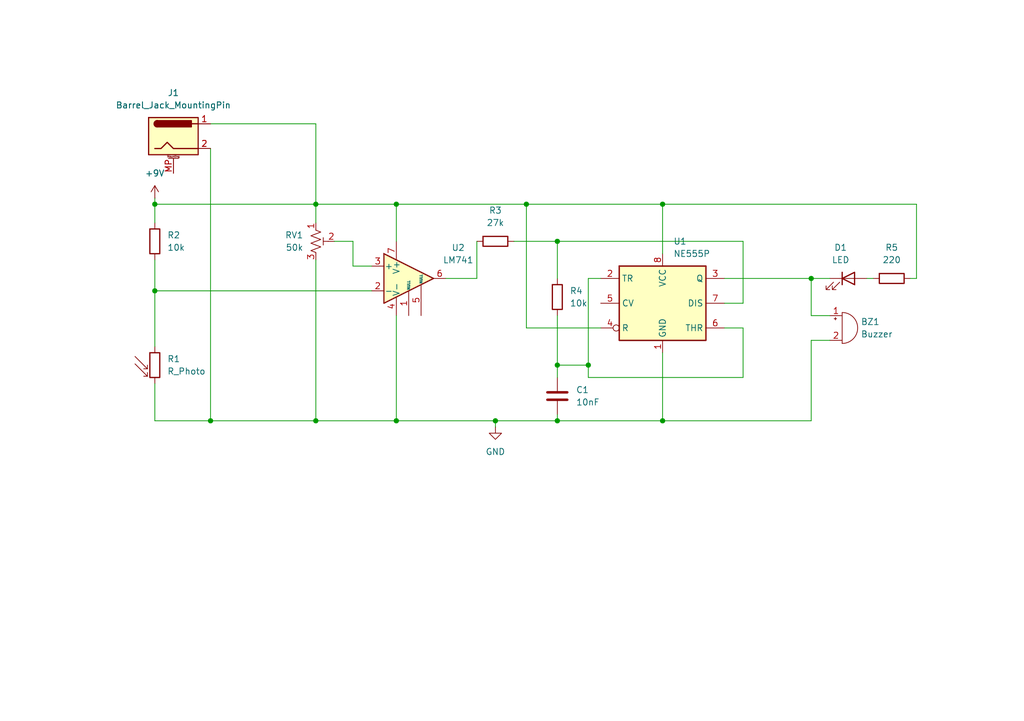
<source format=kicad_sch>
(kicad_sch
	(version 20231120)
	(generator "eeschema")
	(generator_version "8.0")
	(uuid "6f8ca0f3-d005-4d87-952b-2d0a352b2ad0")
	(paper "A5")
	(title_block
		(title "555_Laser_Activated_Alarm")
		(company "Gazi University Faculty of Engineering / Electrical-Electronics Engineering")
		(comment 1 "EMRE KARACA")
		(comment 2 "YUNUS EMRE GÜNDÜZ ")
		(comment 3 "AHMET FURKAN ŞAHİN")
		(comment 4 "FURKAN SARIYERLİOĞLU")
	)
	(lib_symbols
		(symbol "Amplifier_Operational:LM741"
			(pin_names
				(offset 0.127)
			)
			(exclude_from_sim no)
			(in_bom yes)
			(on_board yes)
			(property "Reference" "U"
				(at 0 6.35 0)
				(effects
					(font
						(size 1.27 1.27)
					)
					(justify left)
				)
			)
			(property "Value" "LM741"
				(at 0 3.81 0)
				(effects
					(font
						(size 1.27 1.27)
					)
					(justify left)
				)
			)
			(property "Footprint" ""
				(at 1.27 1.27 0)
				(effects
					(font
						(size 1.27 1.27)
					)
					(hide yes)
				)
			)
			(property "Datasheet" "http://www.ti.com/lit/ds/symlink/lm741.pdf"
				(at 3.81 3.81 0)
				(effects
					(font
						(size 1.27 1.27)
					)
					(hide yes)
				)
			)
			(property "Description" "Operational Amplifier, DIP-8/TO-99-8"
				(at 0 0 0)
				(effects
					(font
						(size 1.27 1.27)
					)
					(hide yes)
				)
			)
			(property "ki_keywords" "single opamp"
				(at 0 0 0)
				(effects
					(font
						(size 1.27 1.27)
					)
					(hide yes)
				)
			)
			(property "ki_fp_filters" "SOIC*3.9x4.9mm*P1.27mm* DIP*W7.62mm* TSSOP*3x3mm*P0.65mm*"
				(at 0 0 0)
				(effects
					(font
						(size 1.27 1.27)
					)
					(hide yes)
				)
			)
			(symbol "LM741_0_1"
				(polyline
					(pts
						(xy -5.08 5.08) (xy 5.08 0) (xy -5.08 -5.08) (xy -5.08 5.08)
					)
					(stroke
						(width 0.254)
						(type default)
					)
					(fill
						(type background)
					)
				)
			)
			(symbol "LM741_1_1"
				(pin input line
					(at 0 -7.62 90)
					(length 5.08)
					(name "NULL"
						(effects
							(font
								(size 0.508 0.508)
							)
						)
					)
					(number "1"
						(effects
							(font
								(size 1.27 1.27)
							)
						)
					)
				)
				(pin input line
					(at -7.62 -2.54 0)
					(length 2.54)
					(name "-"
						(effects
							(font
								(size 1.27 1.27)
							)
						)
					)
					(number "2"
						(effects
							(font
								(size 1.27 1.27)
							)
						)
					)
				)
				(pin input line
					(at -7.62 2.54 0)
					(length 2.54)
					(name "+"
						(effects
							(font
								(size 1.27 1.27)
							)
						)
					)
					(number "3"
						(effects
							(font
								(size 1.27 1.27)
							)
						)
					)
				)
				(pin power_in line
					(at -2.54 -7.62 90)
					(length 3.81)
					(name "V-"
						(effects
							(font
								(size 1.27 1.27)
							)
						)
					)
					(number "4"
						(effects
							(font
								(size 1.27 1.27)
							)
						)
					)
				)
				(pin input line
					(at 2.54 -7.62 90)
					(length 6.35)
					(name "NULL"
						(effects
							(font
								(size 0.508 0.508)
							)
						)
					)
					(number "5"
						(effects
							(font
								(size 1.27 1.27)
							)
						)
					)
				)
				(pin output line
					(at 7.62 0 180)
					(length 2.54)
					(name "~"
						(effects
							(font
								(size 1.27 1.27)
							)
						)
					)
					(number "6"
						(effects
							(font
								(size 1.27 1.27)
							)
						)
					)
				)
				(pin power_in line
					(at -2.54 7.62 270)
					(length 3.81)
					(name "V+"
						(effects
							(font
								(size 1.27 1.27)
							)
						)
					)
					(number "7"
						(effects
							(font
								(size 1.27 1.27)
							)
						)
					)
				)
				(pin no_connect line
					(at 0 2.54 270)
					(length 2.54) hide
					(name "NC"
						(effects
							(font
								(size 1.27 1.27)
							)
						)
					)
					(number "8"
						(effects
							(font
								(size 1.27 1.27)
							)
						)
					)
				)
			)
		)
		(symbol "Connector:Barrel_Jack_MountingPin"
			(pin_names hide)
			(exclude_from_sim no)
			(in_bom yes)
			(on_board yes)
			(property "Reference" "J"
				(at 0 5.334 0)
				(effects
					(font
						(size 1.27 1.27)
					)
				)
			)
			(property "Value" "Barrel_Jack_MountingPin"
				(at 1.27 -6.35 0)
				(effects
					(font
						(size 1.27 1.27)
					)
					(justify left)
				)
			)
			(property "Footprint" ""
				(at 1.27 -1.016 0)
				(effects
					(font
						(size 1.27 1.27)
					)
					(hide yes)
				)
			)
			(property "Datasheet" "~"
				(at 1.27 -1.016 0)
				(effects
					(font
						(size 1.27 1.27)
					)
					(hide yes)
				)
			)
			(property "Description" "DC Barrel Jack with a mounting pin"
				(at 0 0 0)
				(effects
					(font
						(size 1.27 1.27)
					)
					(hide yes)
				)
			)
			(property "ki_keywords" "DC power barrel jack connector"
				(at 0 0 0)
				(effects
					(font
						(size 1.27 1.27)
					)
					(hide yes)
				)
			)
			(property "ki_fp_filters" "BarrelJack*"
				(at 0 0 0)
				(effects
					(font
						(size 1.27 1.27)
					)
					(hide yes)
				)
			)
			(symbol "Barrel_Jack_MountingPin_0_1"
				(rectangle
					(start -5.08 3.81)
					(end 5.08 -3.81)
					(stroke
						(width 0.254)
						(type default)
					)
					(fill
						(type background)
					)
				)
				(arc
					(start -3.302 3.175)
					(mid -3.9343 2.54)
					(end -3.302 1.905)
					(stroke
						(width 0.254)
						(type default)
					)
					(fill
						(type none)
					)
				)
				(arc
					(start -3.302 3.175)
					(mid -3.9343 2.54)
					(end -3.302 1.905)
					(stroke
						(width 0.254)
						(type default)
					)
					(fill
						(type outline)
					)
				)
				(polyline
					(pts
						(xy 5.08 2.54) (xy 3.81 2.54)
					)
					(stroke
						(width 0.254)
						(type default)
					)
					(fill
						(type none)
					)
				)
				(polyline
					(pts
						(xy -3.81 -2.54) (xy -2.54 -2.54) (xy -1.27 -1.27) (xy 0 -2.54) (xy 2.54 -2.54) (xy 5.08 -2.54)
					)
					(stroke
						(width 0.254)
						(type default)
					)
					(fill
						(type none)
					)
				)
				(rectangle
					(start 3.683 3.175)
					(end -3.302 1.905)
					(stroke
						(width 0.254)
						(type default)
					)
					(fill
						(type outline)
					)
				)
			)
			(symbol "Barrel_Jack_MountingPin_1_1"
				(polyline
					(pts
						(xy -1.016 -4.572) (xy 1.016 -4.572)
					)
					(stroke
						(width 0.1524)
						(type default)
					)
					(fill
						(type none)
					)
				)
				(text "Mounting"
					(at 0 -4.191 0)
					(effects
						(font
							(size 0.381 0.381)
						)
					)
				)
				(pin passive line
					(at 7.62 2.54 180)
					(length 2.54)
					(name "~"
						(effects
							(font
								(size 1.27 1.27)
							)
						)
					)
					(number "1"
						(effects
							(font
								(size 1.27 1.27)
							)
						)
					)
				)
				(pin passive line
					(at 7.62 -2.54 180)
					(length 2.54)
					(name "~"
						(effects
							(font
								(size 1.27 1.27)
							)
						)
					)
					(number "2"
						(effects
							(font
								(size 1.27 1.27)
							)
						)
					)
				)
				(pin passive line
					(at 0 -7.62 90)
					(length 3.048)
					(name "MountPin"
						(effects
							(font
								(size 1.27 1.27)
							)
						)
					)
					(number "MP"
						(effects
							(font
								(size 1.27 1.27)
							)
						)
					)
				)
			)
		)
		(symbol "Device:Buzzer"
			(pin_names
				(offset 0.0254) hide)
			(exclude_from_sim no)
			(in_bom yes)
			(on_board yes)
			(property "Reference" "BZ"
				(at 3.81 1.27 0)
				(effects
					(font
						(size 1.27 1.27)
					)
					(justify left)
				)
			)
			(property "Value" "Buzzer"
				(at 3.81 -1.27 0)
				(effects
					(font
						(size 1.27 1.27)
					)
					(justify left)
				)
			)
			(property "Footprint" ""
				(at -0.635 2.54 90)
				(effects
					(font
						(size 1.27 1.27)
					)
					(hide yes)
				)
			)
			(property "Datasheet" "~"
				(at -0.635 2.54 90)
				(effects
					(font
						(size 1.27 1.27)
					)
					(hide yes)
				)
			)
			(property "Description" "Buzzer, polarized"
				(at 0 0 0)
				(effects
					(font
						(size 1.27 1.27)
					)
					(hide yes)
				)
			)
			(property "ki_keywords" "quartz resonator ceramic"
				(at 0 0 0)
				(effects
					(font
						(size 1.27 1.27)
					)
					(hide yes)
				)
			)
			(property "ki_fp_filters" "*Buzzer*"
				(at 0 0 0)
				(effects
					(font
						(size 1.27 1.27)
					)
					(hide yes)
				)
			)
			(symbol "Buzzer_0_1"
				(arc
					(start 0 -3.175)
					(mid 3.1612 0)
					(end 0 3.175)
					(stroke
						(width 0)
						(type default)
					)
					(fill
						(type none)
					)
				)
				(polyline
					(pts
						(xy -1.651 1.905) (xy -1.143 1.905)
					)
					(stroke
						(width 0)
						(type default)
					)
					(fill
						(type none)
					)
				)
				(polyline
					(pts
						(xy -1.397 2.159) (xy -1.397 1.651)
					)
					(stroke
						(width 0)
						(type default)
					)
					(fill
						(type none)
					)
				)
				(polyline
					(pts
						(xy 0 3.175) (xy 0 -3.175)
					)
					(stroke
						(width 0)
						(type default)
					)
					(fill
						(type none)
					)
				)
			)
			(symbol "Buzzer_1_1"
				(pin passive line
					(at -2.54 2.54 0)
					(length 2.54)
					(name "+"
						(effects
							(font
								(size 1.27 1.27)
							)
						)
					)
					(number "1"
						(effects
							(font
								(size 1.27 1.27)
							)
						)
					)
				)
				(pin passive line
					(at -2.54 -2.54 0)
					(length 2.54)
					(name "-"
						(effects
							(font
								(size 1.27 1.27)
							)
						)
					)
					(number "2"
						(effects
							(font
								(size 1.27 1.27)
							)
						)
					)
				)
			)
		)
		(symbol "Device:C"
			(pin_numbers hide)
			(pin_names
				(offset 0.254)
			)
			(exclude_from_sim no)
			(in_bom yes)
			(on_board yes)
			(property "Reference" "C"
				(at 0.635 2.54 0)
				(effects
					(font
						(size 1.27 1.27)
					)
					(justify left)
				)
			)
			(property "Value" "C"
				(at 0.635 -2.54 0)
				(effects
					(font
						(size 1.27 1.27)
					)
					(justify left)
				)
			)
			(property "Footprint" ""
				(at 0.9652 -3.81 0)
				(effects
					(font
						(size 1.27 1.27)
					)
					(hide yes)
				)
			)
			(property "Datasheet" "~"
				(at 0 0 0)
				(effects
					(font
						(size 1.27 1.27)
					)
					(hide yes)
				)
			)
			(property "Description" "Unpolarized capacitor"
				(at 0 0 0)
				(effects
					(font
						(size 1.27 1.27)
					)
					(hide yes)
				)
			)
			(property "ki_keywords" "cap capacitor"
				(at 0 0 0)
				(effects
					(font
						(size 1.27 1.27)
					)
					(hide yes)
				)
			)
			(property "ki_fp_filters" "C_*"
				(at 0 0 0)
				(effects
					(font
						(size 1.27 1.27)
					)
					(hide yes)
				)
			)
			(symbol "C_0_1"
				(polyline
					(pts
						(xy -2.032 -0.762) (xy 2.032 -0.762)
					)
					(stroke
						(width 0.508)
						(type default)
					)
					(fill
						(type none)
					)
				)
				(polyline
					(pts
						(xy -2.032 0.762) (xy 2.032 0.762)
					)
					(stroke
						(width 0.508)
						(type default)
					)
					(fill
						(type none)
					)
				)
			)
			(symbol "C_1_1"
				(pin passive line
					(at 0 3.81 270)
					(length 2.794)
					(name "~"
						(effects
							(font
								(size 1.27 1.27)
							)
						)
					)
					(number "1"
						(effects
							(font
								(size 1.27 1.27)
							)
						)
					)
				)
				(pin passive line
					(at 0 -3.81 90)
					(length 2.794)
					(name "~"
						(effects
							(font
								(size 1.27 1.27)
							)
						)
					)
					(number "2"
						(effects
							(font
								(size 1.27 1.27)
							)
						)
					)
				)
			)
		)
		(symbol "Device:LED"
			(pin_numbers hide)
			(pin_names
				(offset 1.016) hide)
			(exclude_from_sim no)
			(in_bom yes)
			(on_board yes)
			(property "Reference" "D"
				(at 0 2.54 0)
				(effects
					(font
						(size 1.27 1.27)
					)
				)
			)
			(property "Value" "LED"
				(at 0 -2.54 0)
				(effects
					(font
						(size 1.27 1.27)
					)
				)
			)
			(property "Footprint" ""
				(at 0 0 0)
				(effects
					(font
						(size 1.27 1.27)
					)
					(hide yes)
				)
			)
			(property "Datasheet" "~"
				(at 0 0 0)
				(effects
					(font
						(size 1.27 1.27)
					)
					(hide yes)
				)
			)
			(property "Description" "Light emitting diode"
				(at 0 0 0)
				(effects
					(font
						(size 1.27 1.27)
					)
					(hide yes)
				)
			)
			(property "ki_keywords" "LED diode"
				(at 0 0 0)
				(effects
					(font
						(size 1.27 1.27)
					)
					(hide yes)
				)
			)
			(property "ki_fp_filters" "LED* LED_SMD:* LED_THT:*"
				(at 0 0 0)
				(effects
					(font
						(size 1.27 1.27)
					)
					(hide yes)
				)
			)
			(symbol "LED_0_1"
				(polyline
					(pts
						(xy -1.27 -1.27) (xy -1.27 1.27)
					)
					(stroke
						(width 0.254)
						(type default)
					)
					(fill
						(type none)
					)
				)
				(polyline
					(pts
						(xy -1.27 0) (xy 1.27 0)
					)
					(stroke
						(width 0)
						(type default)
					)
					(fill
						(type none)
					)
				)
				(polyline
					(pts
						(xy 1.27 -1.27) (xy 1.27 1.27) (xy -1.27 0) (xy 1.27 -1.27)
					)
					(stroke
						(width 0.254)
						(type default)
					)
					(fill
						(type none)
					)
				)
				(polyline
					(pts
						(xy -3.048 -0.762) (xy -4.572 -2.286) (xy -3.81 -2.286) (xy -4.572 -2.286) (xy -4.572 -1.524)
					)
					(stroke
						(width 0)
						(type default)
					)
					(fill
						(type none)
					)
				)
				(polyline
					(pts
						(xy -1.778 -0.762) (xy -3.302 -2.286) (xy -2.54 -2.286) (xy -3.302 -2.286) (xy -3.302 -1.524)
					)
					(stroke
						(width 0)
						(type default)
					)
					(fill
						(type none)
					)
				)
			)
			(symbol "LED_1_1"
				(pin passive line
					(at -3.81 0 0)
					(length 2.54)
					(name "K"
						(effects
							(font
								(size 1.27 1.27)
							)
						)
					)
					(number "1"
						(effects
							(font
								(size 1.27 1.27)
							)
						)
					)
				)
				(pin passive line
					(at 3.81 0 180)
					(length 2.54)
					(name "A"
						(effects
							(font
								(size 1.27 1.27)
							)
						)
					)
					(number "2"
						(effects
							(font
								(size 1.27 1.27)
							)
						)
					)
				)
			)
		)
		(symbol "Device:R"
			(pin_numbers hide)
			(pin_names
				(offset 0)
			)
			(exclude_from_sim no)
			(in_bom yes)
			(on_board yes)
			(property "Reference" "R"
				(at 2.032 0 90)
				(effects
					(font
						(size 1.27 1.27)
					)
				)
			)
			(property "Value" "R"
				(at 0 0 90)
				(effects
					(font
						(size 1.27 1.27)
					)
				)
			)
			(property "Footprint" ""
				(at -1.778 0 90)
				(effects
					(font
						(size 1.27 1.27)
					)
					(hide yes)
				)
			)
			(property "Datasheet" "~"
				(at 0 0 0)
				(effects
					(font
						(size 1.27 1.27)
					)
					(hide yes)
				)
			)
			(property "Description" "Resistor"
				(at 0 0 0)
				(effects
					(font
						(size 1.27 1.27)
					)
					(hide yes)
				)
			)
			(property "ki_keywords" "R res resistor"
				(at 0 0 0)
				(effects
					(font
						(size 1.27 1.27)
					)
					(hide yes)
				)
			)
			(property "ki_fp_filters" "R_*"
				(at 0 0 0)
				(effects
					(font
						(size 1.27 1.27)
					)
					(hide yes)
				)
			)
			(symbol "R_0_1"
				(rectangle
					(start -1.016 -2.54)
					(end 1.016 2.54)
					(stroke
						(width 0.254)
						(type default)
					)
					(fill
						(type none)
					)
				)
			)
			(symbol "R_1_1"
				(pin passive line
					(at 0 3.81 270)
					(length 1.27)
					(name "~"
						(effects
							(font
								(size 1.27 1.27)
							)
						)
					)
					(number "1"
						(effects
							(font
								(size 1.27 1.27)
							)
						)
					)
				)
				(pin passive line
					(at 0 -3.81 90)
					(length 1.27)
					(name "~"
						(effects
							(font
								(size 1.27 1.27)
							)
						)
					)
					(number "2"
						(effects
							(font
								(size 1.27 1.27)
							)
						)
					)
				)
			)
		)
		(symbol "Device:R_Photo"
			(pin_numbers hide)
			(pin_names
				(offset 0)
			)
			(exclude_from_sim no)
			(in_bom yes)
			(on_board yes)
			(property "Reference" "R"
				(at 1.27 1.27 0)
				(effects
					(font
						(size 1.27 1.27)
					)
					(justify left)
				)
			)
			(property "Value" "R_Photo"
				(at 1.27 0 0)
				(effects
					(font
						(size 1.27 1.27)
					)
					(justify left top)
				)
			)
			(property "Footprint" ""
				(at 1.27 -6.35 90)
				(effects
					(font
						(size 1.27 1.27)
					)
					(justify left)
					(hide yes)
				)
			)
			(property "Datasheet" "~"
				(at 0 -1.27 0)
				(effects
					(font
						(size 1.27 1.27)
					)
					(hide yes)
				)
			)
			(property "Description" "Photoresistor"
				(at 0 0 0)
				(effects
					(font
						(size 1.27 1.27)
					)
					(hide yes)
				)
			)
			(property "ki_keywords" "resistor variable light sensitive opto LDR"
				(at 0 0 0)
				(effects
					(font
						(size 1.27 1.27)
					)
					(hide yes)
				)
			)
			(property "ki_fp_filters" "*LDR* R?LDR*"
				(at 0 0 0)
				(effects
					(font
						(size 1.27 1.27)
					)
					(hide yes)
				)
			)
			(symbol "R_Photo_0_1"
				(rectangle
					(start -1.016 2.54)
					(end 1.016 -2.54)
					(stroke
						(width 0.254)
						(type default)
					)
					(fill
						(type none)
					)
				)
				(polyline
					(pts
						(xy -1.524 -2.286) (xy -4.064 0.254)
					)
					(stroke
						(width 0)
						(type default)
					)
					(fill
						(type none)
					)
				)
				(polyline
					(pts
						(xy -1.524 -2.286) (xy -2.286 -2.286)
					)
					(stroke
						(width 0)
						(type default)
					)
					(fill
						(type none)
					)
				)
				(polyline
					(pts
						(xy -1.524 -2.286) (xy -1.524 -1.524)
					)
					(stroke
						(width 0)
						(type default)
					)
					(fill
						(type none)
					)
				)
				(polyline
					(pts
						(xy -1.524 -0.762) (xy -4.064 1.778)
					)
					(stroke
						(width 0)
						(type default)
					)
					(fill
						(type none)
					)
				)
				(polyline
					(pts
						(xy -1.524 -0.762) (xy -2.286 -0.762)
					)
					(stroke
						(width 0)
						(type default)
					)
					(fill
						(type none)
					)
				)
				(polyline
					(pts
						(xy -1.524 -0.762) (xy -1.524 0)
					)
					(stroke
						(width 0)
						(type default)
					)
					(fill
						(type none)
					)
				)
			)
			(symbol "R_Photo_1_1"
				(pin passive line
					(at 0 3.81 270)
					(length 1.27)
					(name "~"
						(effects
							(font
								(size 1.27 1.27)
							)
						)
					)
					(number "1"
						(effects
							(font
								(size 1.27 1.27)
							)
						)
					)
				)
				(pin passive line
					(at 0 -3.81 90)
					(length 1.27)
					(name "~"
						(effects
							(font
								(size 1.27 1.27)
							)
						)
					)
					(number "2"
						(effects
							(font
								(size 1.27 1.27)
							)
						)
					)
				)
			)
		)
		(symbol "Device:R_Potentiometer_Trim_US"
			(pin_names
				(offset 1.016) hide)
			(exclude_from_sim no)
			(in_bom yes)
			(on_board yes)
			(property "Reference" "RV"
				(at -4.445 0 90)
				(effects
					(font
						(size 1.27 1.27)
					)
				)
			)
			(property "Value" "R_Potentiometer_Trim_US"
				(at -2.54 0 90)
				(effects
					(font
						(size 1.27 1.27)
					)
				)
			)
			(property "Footprint" ""
				(at 0 0 0)
				(effects
					(font
						(size 1.27 1.27)
					)
					(hide yes)
				)
			)
			(property "Datasheet" "~"
				(at 0 0 0)
				(effects
					(font
						(size 1.27 1.27)
					)
					(hide yes)
				)
			)
			(property "Description" "Trim-potentiometer, US symbol"
				(at 0 0 0)
				(effects
					(font
						(size 1.27 1.27)
					)
					(hide yes)
				)
			)
			(property "ki_keywords" "resistor variable trimpot trimmer"
				(at 0 0 0)
				(effects
					(font
						(size 1.27 1.27)
					)
					(hide yes)
				)
			)
			(property "ki_fp_filters" "Potentiometer*"
				(at 0 0 0)
				(effects
					(font
						(size 1.27 1.27)
					)
					(hide yes)
				)
			)
			(symbol "R_Potentiometer_Trim_US_0_1"
				(polyline
					(pts
						(xy 0 -2.286) (xy 0 -2.54)
					)
					(stroke
						(width 0)
						(type default)
					)
					(fill
						(type none)
					)
				)
				(polyline
					(pts
						(xy 0 2.286) (xy 0 2.54)
					)
					(stroke
						(width 0)
						(type default)
					)
					(fill
						(type none)
					)
				)
				(polyline
					(pts
						(xy 1.524 0.762) (xy 1.524 -0.762)
					)
					(stroke
						(width 0)
						(type default)
					)
					(fill
						(type none)
					)
				)
				(polyline
					(pts
						(xy 2.54 0) (xy 1.524 0)
					)
					(stroke
						(width 0)
						(type default)
					)
					(fill
						(type none)
					)
				)
				(polyline
					(pts
						(xy 0 -0.762) (xy 1.016 -1.143) (xy 0 -1.524) (xy -1.016 -1.905) (xy 0 -2.286)
					)
					(stroke
						(width 0)
						(type default)
					)
					(fill
						(type none)
					)
				)
				(polyline
					(pts
						(xy 0 0.762) (xy 1.016 0.381) (xy 0 0) (xy -1.016 -0.381) (xy 0 -0.762)
					)
					(stroke
						(width 0)
						(type default)
					)
					(fill
						(type none)
					)
				)
				(polyline
					(pts
						(xy 0 2.286) (xy 1.016 1.905) (xy 0 1.524) (xy -1.016 1.143) (xy 0 0.762)
					)
					(stroke
						(width 0)
						(type default)
					)
					(fill
						(type none)
					)
				)
			)
			(symbol "R_Potentiometer_Trim_US_1_1"
				(pin passive line
					(at 0 3.81 270)
					(length 1.27)
					(name "1"
						(effects
							(font
								(size 1.27 1.27)
							)
						)
					)
					(number "1"
						(effects
							(font
								(size 1.27 1.27)
							)
						)
					)
				)
				(pin passive line
					(at 3.81 0 180)
					(length 1.27)
					(name "2"
						(effects
							(font
								(size 1.27 1.27)
							)
						)
					)
					(number "2"
						(effects
							(font
								(size 1.27 1.27)
							)
						)
					)
				)
				(pin passive line
					(at 0 -3.81 90)
					(length 1.27)
					(name "3"
						(effects
							(font
								(size 1.27 1.27)
							)
						)
					)
					(number "3"
						(effects
							(font
								(size 1.27 1.27)
							)
						)
					)
				)
			)
		)
		(symbol "Timer:NE555P"
			(exclude_from_sim no)
			(in_bom yes)
			(on_board yes)
			(property "Reference" "U"
				(at -10.16 8.89 0)
				(effects
					(font
						(size 1.27 1.27)
					)
					(justify left)
				)
			)
			(property "Value" "NE555P"
				(at 2.54 8.89 0)
				(effects
					(font
						(size 1.27 1.27)
					)
					(justify left)
				)
			)
			(property "Footprint" "Package_DIP:DIP-8_W7.62mm"
				(at 16.51 -10.16 0)
				(effects
					(font
						(size 1.27 1.27)
					)
					(hide yes)
				)
			)
			(property "Datasheet" "http://www.ti.com/lit/ds/symlink/ne555.pdf"
				(at 21.59 -10.16 0)
				(effects
					(font
						(size 1.27 1.27)
					)
					(hide yes)
				)
			)
			(property "Description" "Precision Timers, 555 compatible,  PDIP-8"
				(at 0 0 0)
				(effects
					(font
						(size 1.27 1.27)
					)
					(hide yes)
				)
			)
			(property "ki_keywords" "single timer 555"
				(at 0 0 0)
				(effects
					(font
						(size 1.27 1.27)
					)
					(hide yes)
				)
			)
			(property "ki_fp_filters" "DIP*W7.62mm*"
				(at 0 0 0)
				(effects
					(font
						(size 1.27 1.27)
					)
					(hide yes)
				)
			)
			(symbol "NE555P_0_0"
				(pin power_in line
					(at 0 -10.16 90)
					(length 2.54)
					(name "GND"
						(effects
							(font
								(size 1.27 1.27)
							)
						)
					)
					(number "1"
						(effects
							(font
								(size 1.27 1.27)
							)
						)
					)
				)
				(pin power_in line
					(at 0 10.16 270)
					(length 2.54)
					(name "VCC"
						(effects
							(font
								(size 1.27 1.27)
							)
						)
					)
					(number "8"
						(effects
							(font
								(size 1.27 1.27)
							)
						)
					)
				)
			)
			(symbol "NE555P_0_1"
				(rectangle
					(start -8.89 -7.62)
					(end 8.89 7.62)
					(stroke
						(width 0.254)
						(type default)
					)
					(fill
						(type background)
					)
				)
				(rectangle
					(start -8.89 -7.62)
					(end 8.89 7.62)
					(stroke
						(width 0.254)
						(type default)
					)
					(fill
						(type background)
					)
				)
			)
			(symbol "NE555P_1_1"
				(pin input line
					(at -12.7 5.08 0)
					(length 3.81)
					(name "TR"
						(effects
							(font
								(size 1.27 1.27)
							)
						)
					)
					(number "2"
						(effects
							(font
								(size 1.27 1.27)
							)
						)
					)
				)
				(pin output line
					(at 12.7 5.08 180)
					(length 3.81)
					(name "Q"
						(effects
							(font
								(size 1.27 1.27)
							)
						)
					)
					(number "3"
						(effects
							(font
								(size 1.27 1.27)
							)
						)
					)
				)
				(pin input inverted
					(at -12.7 -5.08 0)
					(length 3.81)
					(name "R"
						(effects
							(font
								(size 1.27 1.27)
							)
						)
					)
					(number "4"
						(effects
							(font
								(size 1.27 1.27)
							)
						)
					)
				)
				(pin input line
					(at -12.7 0 0)
					(length 3.81)
					(name "CV"
						(effects
							(font
								(size 1.27 1.27)
							)
						)
					)
					(number "5"
						(effects
							(font
								(size 1.27 1.27)
							)
						)
					)
				)
				(pin input line
					(at 12.7 -5.08 180)
					(length 3.81)
					(name "THR"
						(effects
							(font
								(size 1.27 1.27)
							)
						)
					)
					(number "6"
						(effects
							(font
								(size 1.27 1.27)
							)
						)
					)
				)
				(pin input line
					(at 12.7 0 180)
					(length 3.81)
					(name "DIS"
						(effects
							(font
								(size 1.27 1.27)
							)
						)
					)
					(number "7"
						(effects
							(font
								(size 1.27 1.27)
							)
						)
					)
				)
			)
		)
		(symbol "power:+9V"
			(power)
			(pin_numbers hide)
			(pin_names
				(offset 0) hide)
			(exclude_from_sim no)
			(in_bom yes)
			(on_board yes)
			(property "Reference" "#PWR"
				(at 0 -3.81 0)
				(effects
					(font
						(size 1.27 1.27)
					)
					(hide yes)
				)
			)
			(property "Value" "+9V"
				(at 0 3.556 0)
				(effects
					(font
						(size 1.27 1.27)
					)
				)
			)
			(property "Footprint" ""
				(at 0 0 0)
				(effects
					(font
						(size 1.27 1.27)
					)
					(hide yes)
				)
			)
			(property "Datasheet" ""
				(at 0 0 0)
				(effects
					(font
						(size 1.27 1.27)
					)
					(hide yes)
				)
			)
			(property "Description" "Power symbol creates a global label with name \"+9V\""
				(at 0 0 0)
				(effects
					(font
						(size 1.27 1.27)
					)
					(hide yes)
				)
			)
			(property "ki_keywords" "global power"
				(at 0 0 0)
				(effects
					(font
						(size 1.27 1.27)
					)
					(hide yes)
				)
			)
			(symbol "+9V_0_1"
				(polyline
					(pts
						(xy -0.762 1.27) (xy 0 2.54)
					)
					(stroke
						(width 0)
						(type default)
					)
					(fill
						(type none)
					)
				)
				(polyline
					(pts
						(xy 0 0) (xy 0 2.54)
					)
					(stroke
						(width 0)
						(type default)
					)
					(fill
						(type none)
					)
				)
				(polyline
					(pts
						(xy 0 2.54) (xy 0.762 1.27)
					)
					(stroke
						(width 0)
						(type default)
					)
					(fill
						(type none)
					)
				)
			)
			(symbol "+9V_1_1"
				(pin power_in line
					(at 0 0 90)
					(length 0)
					(name "~"
						(effects
							(font
								(size 1.27 1.27)
							)
						)
					)
					(number "1"
						(effects
							(font
								(size 1.27 1.27)
							)
						)
					)
				)
			)
		)
		(symbol "power:GND"
			(power)
			(pin_numbers hide)
			(pin_names
				(offset 0) hide)
			(exclude_from_sim no)
			(in_bom yes)
			(on_board yes)
			(property "Reference" "#PWR"
				(at 0 -6.35 0)
				(effects
					(font
						(size 1.27 1.27)
					)
					(hide yes)
				)
			)
			(property "Value" "GND"
				(at 0 -3.81 0)
				(effects
					(font
						(size 1.27 1.27)
					)
				)
			)
			(property "Footprint" ""
				(at 0 0 0)
				(effects
					(font
						(size 1.27 1.27)
					)
					(hide yes)
				)
			)
			(property "Datasheet" ""
				(at 0 0 0)
				(effects
					(font
						(size 1.27 1.27)
					)
					(hide yes)
				)
			)
			(property "Description" "Power symbol creates a global label with name \"GND\" , ground"
				(at 0 0 0)
				(effects
					(font
						(size 1.27 1.27)
					)
					(hide yes)
				)
			)
			(property "ki_keywords" "global power"
				(at 0 0 0)
				(effects
					(font
						(size 1.27 1.27)
					)
					(hide yes)
				)
			)
			(symbol "GND_0_1"
				(polyline
					(pts
						(xy 0 0) (xy 0 -1.27) (xy 1.27 -1.27) (xy 0 -2.54) (xy -1.27 -1.27) (xy 0 -1.27)
					)
					(stroke
						(width 0)
						(type default)
					)
					(fill
						(type none)
					)
				)
			)
			(symbol "GND_1_1"
				(pin power_in line
					(at 0 0 270)
					(length 0)
					(name "~"
						(effects
							(font
								(size 1.27 1.27)
							)
						)
					)
					(number "1"
						(effects
							(font
								(size 1.27 1.27)
							)
						)
					)
				)
			)
		)
	)
	(junction
		(at 101.6 86.36)
		(diameter 0)
		(color 0 0 0 0)
		(uuid "10ef0465-8772-4653-8269-acccb7d1a4e5")
	)
	(junction
		(at 31.75 41.91)
		(diameter 0)
		(color 0 0 0 0)
		(uuid "31da758c-9f86-4509-9fe6-34b83f086952")
	)
	(junction
		(at 64.77 86.36)
		(diameter 0)
		(color 0 0 0 0)
		(uuid "53706ee1-ad3c-40e6-a4a6-486525efe140")
	)
	(junction
		(at 64.77 41.91)
		(diameter 0)
		(color 0 0 0 0)
		(uuid "5aa3ab09-aef9-4b11-b591-e1b29c13d626")
	)
	(junction
		(at 120.65 74.93)
		(diameter 0)
		(color 0 0 0 0)
		(uuid "737e0016-8f07-43af-aa01-254d02614500")
	)
	(junction
		(at 43.18 86.36)
		(diameter 0)
		(color 0 0 0 0)
		(uuid "94e2fc17-f43b-4e57-94fa-249765179a79")
	)
	(junction
		(at 81.28 86.36)
		(diameter 0)
		(color 0 0 0 0)
		(uuid "9e264415-0e12-4e53-927a-5d749edcfb48")
	)
	(junction
		(at 114.3 74.93)
		(diameter 0)
		(color 0 0 0 0)
		(uuid "a042820f-2679-4d27-8c67-577e579656d5")
	)
	(junction
		(at 166.37 57.15)
		(diameter 0)
		(color 0 0 0 0)
		(uuid "bdb59649-3c99-4e38-bbdf-11be861fafbc")
	)
	(junction
		(at 114.3 49.53)
		(diameter 0)
		(color 0 0 0 0)
		(uuid "bdc36654-e788-48ac-9c68-38a59cbae9d7")
	)
	(junction
		(at 135.89 41.91)
		(diameter 0)
		(color 0 0 0 0)
		(uuid "c80642c3-abf1-4f0b-a423-edd5998342aa")
	)
	(junction
		(at 81.28 41.91)
		(diameter 0)
		(color 0 0 0 0)
		(uuid "ca34791d-de18-4948-b47f-211edb7da740")
	)
	(junction
		(at 107.95 41.91)
		(diameter 0)
		(color 0 0 0 0)
		(uuid "d9e9e296-3026-4179-943c-55b2cd49ee75")
	)
	(junction
		(at 135.89 86.36)
		(diameter 0)
		(color 0 0 0 0)
		(uuid "dae51bd1-e440-4f1e-8f4c-6d1bcb2b5cbe")
	)
	(junction
		(at 31.75 59.69)
		(diameter 0)
		(color 0 0 0 0)
		(uuid "f51507e7-2170-47d5-948b-51a769a9b7a2")
	)
	(junction
		(at 114.3 86.36)
		(diameter 0)
		(color 0 0 0 0)
		(uuid "f678d2af-c578-41bc-ba0b-cc3427ad85f3")
	)
	(wire
		(pts
			(xy 31.75 40.64) (xy 31.75 41.91)
		)
		(stroke
			(width 0)
			(type default)
		)
		(uuid "0273bedb-7ef1-443f-995e-8effb7653f34")
	)
	(wire
		(pts
			(xy 135.89 41.91) (xy 107.95 41.91)
		)
		(stroke
			(width 0)
			(type default)
		)
		(uuid "118420f7-5aa2-4a67-a61d-e231af076633")
	)
	(wire
		(pts
			(xy 120.65 57.15) (xy 120.65 74.93)
		)
		(stroke
			(width 0)
			(type default)
		)
		(uuid "148b790d-e852-4911-a3b5-64b7305469ea")
	)
	(wire
		(pts
			(xy 72.39 54.61) (xy 72.39 49.53)
		)
		(stroke
			(width 0)
			(type default)
		)
		(uuid "1699cbbd-94c7-4bcf-8624-fc7315bd6581")
	)
	(wire
		(pts
			(xy 64.77 86.36) (xy 81.28 86.36)
		)
		(stroke
			(width 0)
			(type default)
		)
		(uuid "1ab757aa-5669-45a4-85e6-52c8e7839160")
	)
	(wire
		(pts
			(xy 166.37 69.85) (xy 166.37 86.36)
		)
		(stroke
			(width 0)
			(type default)
		)
		(uuid "1b343039-6913-4daa-89de-191732afa4a6")
	)
	(wire
		(pts
			(xy 135.89 41.91) (xy 187.96 41.91)
		)
		(stroke
			(width 0)
			(type default)
		)
		(uuid "1efb53fb-a729-4366-8bd6-63ca0ed1cbcd")
	)
	(wire
		(pts
			(xy 148.59 67.31) (xy 152.4 67.31)
		)
		(stroke
			(width 0)
			(type default)
		)
		(uuid "220ecffd-8eed-45ee-92f0-f4042ccc5cac")
	)
	(wire
		(pts
			(xy 43.18 25.4) (xy 64.77 25.4)
		)
		(stroke
			(width 0)
			(type default)
		)
		(uuid "22d59422-70e9-471d-91e0-73f7b22d24fc")
	)
	(wire
		(pts
			(xy 166.37 57.15) (xy 170.18 57.15)
		)
		(stroke
			(width 0)
			(type default)
		)
		(uuid "2697e825-ace5-4e35-8bcf-5b24d4a42c7f")
	)
	(wire
		(pts
			(xy 114.3 49.53) (xy 114.3 57.15)
		)
		(stroke
			(width 0)
			(type default)
		)
		(uuid "38b30f4b-312d-4cc4-a136-280d2536428c")
	)
	(wire
		(pts
			(xy 107.95 41.91) (xy 81.28 41.91)
		)
		(stroke
			(width 0)
			(type default)
		)
		(uuid "3c3ac0a8-1bfd-455d-9c3a-685cefafc6d3")
	)
	(wire
		(pts
			(xy 64.77 41.91) (xy 81.28 41.91)
		)
		(stroke
			(width 0)
			(type default)
		)
		(uuid "428b3be6-b8d0-402e-a436-28df41e4bd39")
	)
	(wire
		(pts
			(xy 64.77 41.91) (xy 64.77 45.72)
		)
		(stroke
			(width 0)
			(type default)
		)
		(uuid "4a92b679-8017-4b23-8817-8cfab61376cc")
	)
	(wire
		(pts
			(xy 107.95 41.91) (xy 107.95 67.31)
		)
		(stroke
			(width 0)
			(type default)
		)
		(uuid "4aa1efd7-cb6f-4cb8-a41d-6fcd1af394d5")
	)
	(wire
		(pts
			(xy 72.39 54.61) (xy 76.2 54.61)
		)
		(stroke
			(width 0)
			(type default)
		)
		(uuid "4abccc85-1b63-4698-8c93-3eeb10ddc2ce")
	)
	(wire
		(pts
			(xy 64.77 53.34) (xy 64.77 86.36)
		)
		(stroke
			(width 0)
			(type default)
		)
		(uuid "4bf61665-db56-4e20-bebd-fb4c85fa009d")
	)
	(wire
		(pts
			(xy 43.18 30.48) (xy 43.18 86.36)
		)
		(stroke
			(width 0)
			(type default)
		)
		(uuid "547cc643-4486-4553-96db-149aa2fedf98")
	)
	(wire
		(pts
			(xy 101.6 86.36) (xy 101.6 87.63)
		)
		(stroke
			(width 0)
			(type default)
		)
		(uuid "57d03165-2700-4166-9867-4a9625216210")
	)
	(wire
		(pts
			(xy 120.65 74.93) (xy 120.65 77.47)
		)
		(stroke
			(width 0)
			(type default)
		)
		(uuid "59b3f00f-2664-4af0-b1f5-108b8c1fa572")
	)
	(wire
		(pts
			(xy 81.28 64.77) (xy 81.28 86.36)
		)
		(stroke
			(width 0)
			(type default)
		)
		(uuid "5ba16721-d2fd-4690-a7b1-fc2fbe1afd37")
	)
	(wire
		(pts
			(xy 31.75 78.74) (xy 31.75 86.36)
		)
		(stroke
			(width 0)
			(type default)
		)
		(uuid "5d9486e3-32f0-4832-910f-c77351e930a6")
	)
	(wire
		(pts
			(xy 81.28 49.53) (xy 81.28 41.91)
		)
		(stroke
			(width 0)
			(type default)
		)
		(uuid "6209d389-d7f9-4dc8-b441-f4f6a670cc9c")
	)
	(wire
		(pts
			(xy 135.89 72.39) (xy 135.89 86.36)
		)
		(stroke
			(width 0)
			(type default)
		)
		(uuid "65f16586-3bfb-4eb4-acee-5780c86c1664")
	)
	(wire
		(pts
			(xy 114.3 77.47) (xy 114.3 74.93)
		)
		(stroke
			(width 0)
			(type default)
		)
		(uuid "676c27c2-ecea-4b02-ba87-54823c71a027")
	)
	(wire
		(pts
			(xy 152.4 62.23) (xy 152.4 49.53)
		)
		(stroke
			(width 0)
			(type default)
		)
		(uuid "6848dd7e-3ff8-46a5-860f-af578a7edd29")
	)
	(wire
		(pts
			(xy 31.75 59.69) (xy 31.75 71.12)
		)
		(stroke
			(width 0)
			(type default)
		)
		(uuid "686b4d35-8089-4163-80fe-73aaa94fed6e")
	)
	(wire
		(pts
			(xy 148.59 62.23) (xy 152.4 62.23)
		)
		(stroke
			(width 0)
			(type default)
		)
		(uuid "78d54b21-e3be-4d21-b43b-46d283fa6858")
	)
	(wire
		(pts
			(xy 81.28 86.36) (xy 101.6 86.36)
		)
		(stroke
			(width 0)
			(type default)
		)
		(uuid "7b6c3d34-464e-4641-bfbd-b9f732a3dba7")
	)
	(wire
		(pts
			(xy 31.75 41.91) (xy 31.75 45.72)
		)
		(stroke
			(width 0)
			(type default)
		)
		(uuid "89563fab-5bb9-4ba4-bfe4-0eac75a787fd")
	)
	(wire
		(pts
			(xy 166.37 64.77) (xy 166.37 57.15)
		)
		(stroke
			(width 0)
			(type default)
		)
		(uuid "8ce45d50-e6ef-4d20-9016-0f84865d172e")
	)
	(wire
		(pts
			(xy 101.6 86.36) (xy 114.3 86.36)
		)
		(stroke
			(width 0)
			(type default)
		)
		(uuid "926071e9-8940-4839-896a-61634714c145")
	)
	(wire
		(pts
			(xy 31.75 86.36) (xy 43.18 86.36)
		)
		(stroke
			(width 0)
			(type default)
		)
		(uuid "92adae25-cad7-456c-9382-f6fe4d1fd488")
	)
	(wire
		(pts
			(xy 114.3 49.53) (xy 152.4 49.53)
		)
		(stroke
			(width 0)
			(type default)
		)
		(uuid "93a74ae0-10ab-45be-bbe2-f670aa61cbcb")
	)
	(wire
		(pts
			(xy 152.4 77.47) (xy 152.4 67.31)
		)
		(stroke
			(width 0)
			(type default)
		)
		(uuid "96095234-d454-43a0-ac56-9f80b70e261f")
	)
	(wire
		(pts
			(xy 76.2 59.69) (xy 31.75 59.69)
		)
		(stroke
			(width 0)
			(type default)
		)
		(uuid "969c3d8d-7c09-453c-97e0-689d0711e3b0")
	)
	(wire
		(pts
			(xy 68.58 49.53) (xy 72.39 49.53)
		)
		(stroke
			(width 0)
			(type default)
		)
		(uuid "995e1c21-2e5f-477f-aa77-4dcc1e233700")
	)
	(wire
		(pts
			(xy 43.18 86.36) (xy 64.77 86.36)
		)
		(stroke
			(width 0)
			(type default)
		)
		(uuid "9f80b1bd-4162-4598-94e7-ba4002a7acf1")
	)
	(wire
		(pts
			(xy 170.18 69.85) (xy 166.37 69.85)
		)
		(stroke
			(width 0)
			(type default)
		)
		(uuid "a06f0017-414e-4008-bf29-69e6f067ee71")
	)
	(wire
		(pts
			(xy 64.77 25.4) (xy 64.77 41.91)
		)
		(stroke
			(width 0)
			(type default)
		)
		(uuid "a76854d3-0038-4bbc-be47-daf7baddfe05")
	)
	(wire
		(pts
			(xy 31.75 53.34) (xy 31.75 59.69)
		)
		(stroke
			(width 0)
			(type default)
		)
		(uuid "b11ddd4b-c469-4416-91fd-489da2751c41")
	)
	(wire
		(pts
			(xy 105.41 49.53) (xy 114.3 49.53)
		)
		(stroke
			(width 0)
			(type default)
		)
		(uuid "b9703444-660a-4a22-b21c-82084a65a52d")
	)
	(wire
		(pts
			(xy 97.79 49.53) (xy 97.79 57.15)
		)
		(stroke
			(width 0)
			(type default)
		)
		(uuid "bad7f641-c3a6-44bb-bc98-3a59b9d7635a")
	)
	(wire
		(pts
			(xy 187.96 57.15) (xy 187.96 41.91)
		)
		(stroke
			(width 0)
			(type default)
		)
		(uuid "d13663da-5371-4f60-973e-67e495c6fea5")
	)
	(wire
		(pts
			(xy 114.3 74.93) (xy 120.65 74.93)
		)
		(stroke
			(width 0)
			(type default)
		)
		(uuid "d44ddc3f-1dca-44d1-80e5-9b5ce5290e62")
	)
	(wire
		(pts
			(xy 114.3 64.77) (xy 114.3 74.93)
		)
		(stroke
			(width 0)
			(type default)
		)
		(uuid "d89688a3-949f-41cc-8146-21f4b3d3db42")
	)
	(wire
		(pts
			(xy 135.89 86.36) (xy 166.37 86.36)
		)
		(stroke
			(width 0)
			(type default)
		)
		(uuid "dbdcbf97-bac2-4a14-8f99-991727dee5a2")
	)
	(wire
		(pts
			(xy 114.3 85.09) (xy 114.3 86.36)
		)
		(stroke
			(width 0)
			(type default)
		)
		(uuid "defe04ec-957c-459e-b49d-88e8f6ed2f91")
	)
	(wire
		(pts
			(xy 186.69 57.15) (xy 187.96 57.15)
		)
		(stroke
			(width 0)
			(type default)
		)
		(uuid "df202657-8108-4f48-bba9-7fa8686eb03a")
	)
	(wire
		(pts
			(xy 120.65 77.47) (xy 152.4 77.47)
		)
		(stroke
			(width 0)
			(type default)
		)
		(uuid "ea1950f6-3f57-4a79-a30e-ba0377f44008")
	)
	(wire
		(pts
			(xy 170.18 64.77) (xy 166.37 64.77)
		)
		(stroke
			(width 0)
			(type default)
		)
		(uuid "ecd678b2-37dd-4694-b446-fe7742560414")
	)
	(wire
		(pts
			(xy 135.89 41.91) (xy 135.89 52.07)
		)
		(stroke
			(width 0)
			(type default)
		)
		(uuid "ed898273-0958-4922-aa85-31552cf97475")
	)
	(wire
		(pts
			(xy 123.19 57.15) (xy 120.65 57.15)
		)
		(stroke
			(width 0)
			(type default)
		)
		(uuid "f1abe62c-e12f-41b2-9302-190509dade06")
	)
	(wire
		(pts
			(xy 114.3 86.36) (xy 135.89 86.36)
		)
		(stroke
			(width 0)
			(type default)
		)
		(uuid "f63d30c5-3684-4d8d-99af-bb893c98f1df")
	)
	(wire
		(pts
			(xy 148.59 57.15) (xy 166.37 57.15)
		)
		(stroke
			(width 0)
			(type default)
		)
		(uuid "f73ae446-ef48-4cc1-879e-d377b16f9afd")
	)
	(wire
		(pts
			(xy 91.44 57.15) (xy 97.79 57.15)
		)
		(stroke
			(width 0)
			(type default)
		)
		(uuid "f7f22166-f195-49c6-a198-1eb918fe5401")
	)
	(wire
		(pts
			(xy 123.19 67.31) (xy 107.95 67.31)
		)
		(stroke
			(width 0)
			(type default)
		)
		(uuid "fbf32af9-bac9-4e4f-8f9a-0fea09b92775")
	)
	(wire
		(pts
			(xy 177.8 57.15) (xy 179.07 57.15)
		)
		(stroke
			(width 0)
			(type default)
		)
		(uuid "fd352551-ee56-4c36-bc1f-58c049f98c59")
	)
	(wire
		(pts
			(xy 31.75 41.91) (xy 64.77 41.91)
		)
		(stroke
			(width 0)
			(type default)
		)
		(uuid "fd5301ac-3537-4f48-ba5f-5b7a32cab3d8")
	)
	(symbol
		(lib_id "Timer:NE555P")
		(at 135.89 62.23 0)
		(unit 1)
		(exclude_from_sim no)
		(in_bom yes)
		(on_board yes)
		(dnp no)
		(fields_autoplaced yes)
		(uuid "00a862db-9376-464c-b606-3f036d2cd1e6")
		(property "Reference" "U1"
			(at 138.0841 49.53 0)
			(effects
				(font
					(size 1.27 1.27)
				)
				(justify left)
			)
		)
		(property "Value" "NE555P"
			(at 138.0841 52.07 0)
			(effects
				(font
					(size 1.27 1.27)
				)
				(justify left)
			)
		)
		(property "Footprint" "Package_DIP:DIP-8_W7.62mm"
			(at 152.4 72.39 0)
			(effects
				(font
					(size 1.27 1.27)
				)
				(hide yes)
			)
		)
		(property "Datasheet" "http://www.ti.com/lit/ds/symlink/ne555.pdf"
			(at 157.48 72.39 0)
			(effects
				(font
					(size 1.27 1.27)
				)
				(hide yes)
			)
		)
		(property "Description" "Precision Timers, 555 compatible,  PDIP-8"
			(at 135.89 62.23 0)
			(effects
				(font
					(size 1.27 1.27)
				)
				(hide yes)
			)
		)
		(pin "8"
			(uuid "71d5987a-2c4a-4192-b429-4f92666cbd3b")
		)
		(pin "2"
			(uuid "4b5fc8f3-20ec-445e-b2d4-2f35ce93980e")
		)
		(pin "3"
			(uuid "886701e9-bb7e-47d0-b9fd-1a09b7f57e99")
		)
		(pin "1"
			(uuid "bc567163-37c8-48d3-83fc-a35a86320eea")
		)
		(pin "5"
			(uuid "41486a3a-843d-4be4-b18e-603b259a8e5c")
		)
		(pin "7"
			(uuid "d4d3e8c9-c3d3-4231-88f4-31bf664bd94a")
		)
		(pin "6"
			(uuid "e658a9b5-7878-42bc-8bc3-08208595f96f")
		)
		(pin "4"
			(uuid "d6e3274c-1252-4697-8fed-482d0b0c2fb8")
		)
		(instances
			(project ""
				(path "/6f8ca0f3-d005-4d87-952b-2d0a352b2ad0"
					(reference "U1")
					(unit 1)
				)
			)
		)
	)
	(symbol
		(lib_id "Device:R_Potentiometer_Trim_US")
		(at 64.77 49.53 0)
		(unit 1)
		(exclude_from_sim no)
		(in_bom yes)
		(on_board yes)
		(dnp no)
		(fields_autoplaced yes)
		(uuid "02ee2588-e6e5-404a-ab07-8526fc2f0956")
		(property "Reference" "RV1"
			(at 62.23 48.2599 0)
			(effects
				(font
					(size 1.27 1.27)
				)
				(justify right)
			)
		)
		(property "Value" "50k"
			(at 62.23 50.7999 0)
			(effects
				(font
					(size 1.27 1.27)
				)
				(justify right)
			)
		)
		(property "Footprint" "Potentiometer_SMD:Potentiometer_Bourns_3269W_Vertical"
			(at 64.77 49.53 0)
			(effects
				(font
					(size 1.27 1.27)
				)
				(hide yes)
			)
		)
		(property "Datasheet" "~"
			(at 64.77 49.53 0)
			(effects
				(font
					(size 1.27 1.27)
				)
				(hide yes)
			)
		)
		(property "Description" "Trim-potentiometer, US symbol"
			(at 64.77 49.53 0)
			(effects
				(font
					(size 1.27 1.27)
				)
				(hide yes)
			)
		)
		(pin "2"
			(uuid "f8cb0281-93cd-4613-948d-509bd01d9804")
		)
		(pin "1"
			(uuid "1a7670d5-a052-4179-a167-563c121bc14c")
		)
		(pin "3"
			(uuid "6e1729ba-64c2-4382-a462-8976b9151fda")
		)
		(instances
			(project ""
				(path "/6f8ca0f3-d005-4d87-952b-2d0a352b2ad0"
					(reference "RV1")
					(unit 1)
				)
			)
		)
	)
	(symbol
		(lib_id "Connector:Barrel_Jack_MountingPin")
		(at 35.56 27.94 0)
		(unit 1)
		(exclude_from_sim no)
		(in_bom yes)
		(on_board yes)
		(dnp no)
		(fields_autoplaced yes)
		(uuid "195ca11a-7394-47aa-bbd9-75aa5f0e8c17")
		(property "Reference" "J1"
			(at 35.56 19.05 0)
			(effects
				(font
					(size 1.27 1.27)
				)
			)
		)
		(property "Value" "Barrel_Jack_MountingPin"
			(at 35.56 21.59 0)
			(effects
				(font
					(size 1.27 1.27)
				)
			)
		)
		(property "Footprint" "Connector_BarrelJack:BarrelJack_Kycon_KLDX-0202-xC_Horizontal"
			(at 36.83 28.956 0)
			(effects
				(font
					(size 1.27 1.27)
				)
				(hide yes)
			)
		)
		(property "Datasheet" "~"
			(at 36.83 28.956 0)
			(effects
				(font
					(size 1.27 1.27)
				)
				(hide yes)
			)
		)
		(property "Description" "DC Barrel Jack with a mounting pin"
			(at 35.56 27.94 0)
			(effects
				(font
					(size 1.27 1.27)
				)
				(hide yes)
			)
		)
		(pin "1"
			(uuid "cd314eb9-dc01-4d14-94dd-875c6cdb712a")
		)
		(pin "MP"
			(uuid "36ecf377-b6cc-454b-9735-a87d145ad18c")
		)
		(pin "2"
			(uuid "ea0b23b6-59b2-4105-8313-a531c6f23d88")
		)
		(instances
			(project ""
				(path "/6f8ca0f3-d005-4d87-952b-2d0a352b2ad0"
					(reference "J1")
					(unit 1)
				)
			)
		)
	)
	(symbol
		(lib_id "Amplifier_Operational:LM741")
		(at 83.82 57.15 0)
		(unit 1)
		(exclude_from_sim no)
		(in_bom yes)
		(on_board yes)
		(dnp no)
		(fields_autoplaced yes)
		(uuid "5794be76-db42-4f7f-8646-6845f05109db")
		(property "Reference" "U2"
			(at 93.98 50.8314 0)
			(effects
				(font
					(size 1.27 1.27)
				)
			)
		)
		(property "Value" "LM741"
			(at 93.98 53.3714 0)
			(effects
				(font
					(size 1.27 1.27)
				)
			)
		)
		(property "Footprint" "Package_DIP:DIP-8_W7.62mm"
			(at 85.09 55.88 0)
			(effects
				(font
					(size 1.27 1.27)
				)
				(hide yes)
			)
		)
		(property "Datasheet" "http://www.ti.com/lit/ds/symlink/lm741.pdf"
			(at 87.63 53.34 0)
			(effects
				(font
					(size 1.27 1.27)
				)
				(hide yes)
			)
		)
		(property "Description" "Operational Amplifier, DIP-8/TO-99-8"
			(at 83.82 57.15 0)
			(effects
				(font
					(size 1.27 1.27)
				)
				(hide yes)
			)
		)
		(pin "7"
			(uuid "ea367618-2307-4164-b2b8-3ed9f13368aa")
		)
		(pin "1"
			(uuid "ad621c15-efad-4b73-8479-e6ae4420ff0d")
		)
		(pin "4"
			(uuid "e8b4038d-78fb-40aa-beb3-b97d03ef904f")
		)
		(pin "5"
			(uuid "62b6c070-8cd2-4e2c-8cbf-26fb1f409e7a")
		)
		(pin "3"
			(uuid "590a77f9-d424-4a89-8c8f-b41159c861d3")
		)
		(pin "2"
			(uuid "40a29057-97b2-44b4-bff0-b189139f448d")
		)
		(pin "6"
			(uuid "4349b36c-6d94-44ec-b83f-22a4cd338561")
		)
		(pin "8"
			(uuid "2e144bc9-9af7-4bb5-8975-d08fdb25ddee")
		)
		(instances
			(project ""
				(path "/6f8ca0f3-d005-4d87-952b-2d0a352b2ad0"
					(reference "U2")
					(unit 1)
				)
			)
		)
	)
	(symbol
		(lib_id "power:+9V")
		(at 31.75 40.64 0)
		(unit 1)
		(exclude_from_sim no)
		(in_bom yes)
		(on_board yes)
		(dnp no)
		(fields_autoplaced yes)
		(uuid "9216bd5b-d3cf-44e7-ae18-f6723921b409")
		(property "Reference" "#PWR01"
			(at 31.75 44.45 0)
			(effects
				(font
					(size 1.27 1.27)
				)
				(hide yes)
			)
		)
		(property "Value" "+9V"
			(at 31.75 35.56 0)
			(effects
				(font
					(size 1.27 1.27)
				)
			)
		)
		(property "Footprint" ""
			(at 31.75 40.64 0)
			(effects
				(font
					(size 1.27 1.27)
				)
				(hide yes)
			)
		)
		(property "Datasheet" ""
			(at 31.75 40.64 0)
			(effects
				(font
					(size 1.27 1.27)
				)
				(hide yes)
			)
		)
		(property "Description" "Power symbol creates a global label with name \"+9V\""
			(at 31.75 40.64 0)
			(effects
				(font
					(size 1.27 1.27)
				)
				(hide yes)
			)
		)
		(pin "1"
			(uuid "5134aa69-46be-4054-b52b-90ee7fbcf8b1")
		)
		(instances
			(project ""
				(path "/6f8ca0f3-d005-4d87-952b-2d0a352b2ad0"
					(reference "#PWR01")
					(unit 1)
				)
			)
		)
	)
	(symbol
		(lib_id "Device:R")
		(at 31.75 49.53 0)
		(unit 1)
		(exclude_from_sim no)
		(in_bom yes)
		(on_board yes)
		(dnp no)
		(fields_autoplaced yes)
		(uuid "9e0a48f9-07d4-4fba-93f4-06aac38f7d9b")
		(property "Reference" "R2"
			(at 34.29 48.2599 0)
			(effects
				(font
					(size 1.27 1.27)
				)
				(justify left)
			)
		)
		(property "Value" "10k"
			(at 34.29 50.7999 0)
			(effects
				(font
					(size 1.27 1.27)
				)
				(justify left)
			)
		)
		(property "Footprint" "Resistor_THT:R_Axial_DIN0204_L3.6mm_D1.6mm_P5.08mm_Horizontal"
			(at 29.972 49.53 90)
			(effects
				(font
					(size 1.27 1.27)
				)
				(hide yes)
			)
		)
		(property "Datasheet" "~"
			(at 31.75 49.53 0)
			(effects
				(font
					(size 1.27 1.27)
				)
				(hide yes)
			)
		)
		(property "Description" "Resistor"
			(at 31.75 49.53 0)
			(effects
				(font
					(size 1.27 1.27)
				)
				(hide yes)
			)
		)
		(pin "2"
			(uuid "33ae39ed-0c8e-400e-a0f1-da147b4af49b")
		)
		(pin "1"
			(uuid "db125abb-72f9-4692-b19b-98b0f52a4cc9")
		)
		(instances
			(project ""
				(path "/6f8ca0f3-d005-4d87-952b-2d0a352b2ad0"
					(reference "R2")
					(unit 1)
				)
			)
		)
	)
	(symbol
		(lib_id "Device:R_Photo")
		(at 31.75 74.93 0)
		(unit 1)
		(exclude_from_sim no)
		(in_bom yes)
		(on_board yes)
		(dnp no)
		(fields_autoplaced yes)
		(uuid "ad9f0f5b-169d-4b39-acfa-a954935c7642")
		(property "Reference" "R1"
			(at 34.29 73.6599 0)
			(effects
				(font
					(size 1.27 1.27)
				)
				(justify left)
			)
		)
		(property "Value" "R_Photo"
			(at 34.29 76.1999 0)
			(effects
				(font
					(size 1.27 1.27)
				)
				(justify left)
			)
		)
		(property "Footprint" "OptoDevice:R_LDR_5.1x4.3mm_P3.4mm_Vertical"
			(at 33.02 81.28 90)
			(effects
				(font
					(size 1.27 1.27)
				)
				(justify left)
				(hide yes)
			)
		)
		(property "Datasheet" "~"
			(at 31.75 76.2 0)
			(effects
				(font
					(size 1.27 1.27)
				)
				(hide yes)
			)
		)
		(property "Description" "Photoresistor"
			(at 31.75 74.93 0)
			(effects
				(font
					(size 1.27 1.27)
				)
				(hide yes)
			)
		)
		(pin "1"
			(uuid "7cbd82a8-89f8-48a0-b652-c424a09a2114")
		)
		(pin "2"
			(uuid "33e10c0e-3d3b-485d-a319-bf54ac8a1dcd")
		)
		(instances
			(project ""
				(path "/6f8ca0f3-d005-4d87-952b-2d0a352b2ad0"
					(reference "R1")
					(unit 1)
				)
			)
		)
	)
	(symbol
		(lib_id "Device:R")
		(at 182.88 57.15 270)
		(unit 1)
		(exclude_from_sim no)
		(in_bom yes)
		(on_board yes)
		(dnp no)
		(fields_autoplaced yes)
		(uuid "b0a53b7c-74e9-42a8-a136-3f70cb53b8ef")
		(property "Reference" "R5"
			(at 182.88 50.8 90)
			(effects
				(font
					(size 1.27 1.27)
				)
			)
		)
		(property "Value" "220"
			(at 182.88 53.34 90)
			(effects
				(font
					(size 1.27 1.27)
				)
			)
		)
		(property "Footprint" "Resistor_THT:R_Axial_DIN0204_L3.6mm_D1.6mm_P5.08mm_Horizontal"
			(at 182.88 55.372 90)
			(effects
				(font
					(size 1.27 1.27)
				)
				(hide yes)
			)
		)
		(property "Datasheet" "~"
			(at 182.88 57.15 0)
			(effects
				(font
					(size 1.27 1.27)
				)
				(hide yes)
			)
		)
		(property "Description" "Resistor"
			(at 182.88 57.15 0)
			(effects
				(font
					(size 1.27 1.27)
				)
				(hide yes)
			)
		)
		(pin "2"
			(uuid "2dede7ff-0784-4a31-bec3-13c21919adfd")
		)
		(pin "1"
			(uuid "a9450ffd-18b8-452c-a85d-50dfe0b75240")
		)
		(instances
			(project "LaserAlarm"
				(path "/6f8ca0f3-d005-4d87-952b-2d0a352b2ad0"
					(reference "R5")
					(unit 1)
				)
			)
		)
	)
	(symbol
		(lib_id "Device:LED")
		(at 173.99 57.15 0)
		(unit 1)
		(exclude_from_sim no)
		(in_bom yes)
		(on_board yes)
		(dnp no)
		(fields_autoplaced yes)
		(uuid "b3ff8795-210c-4327-8864-6b3af3198877")
		(property "Reference" "D1"
			(at 172.4025 50.8 0)
			(effects
				(font
					(size 1.27 1.27)
				)
			)
		)
		(property "Value" "LED"
			(at 172.4025 53.34 0)
			(effects
				(font
					(size 1.27 1.27)
				)
			)
		)
		(property "Footprint" "LED_THT:LED_D5.0mm_Horizontal_O1.27mm_Z3.0mm"
			(at 173.99 57.15 0)
			(effects
				(font
					(size 1.27 1.27)
				)
				(hide yes)
			)
		)
		(property "Datasheet" "~"
			(at 173.99 57.15 0)
			(effects
				(font
					(size 1.27 1.27)
				)
				(hide yes)
			)
		)
		(property "Description" "Light emitting diode"
			(at 173.99 57.15 0)
			(effects
				(font
					(size 1.27 1.27)
				)
				(hide yes)
			)
		)
		(pin "2"
			(uuid "7329dcda-e306-4c21-aaaf-357c29ca0f78")
		)
		(pin "1"
			(uuid "bbb58a04-fac2-4951-a9c4-aa0e4a0362ac")
		)
		(instances
			(project ""
				(path "/6f8ca0f3-d005-4d87-952b-2d0a352b2ad0"
					(reference "D1")
					(unit 1)
				)
			)
		)
	)
	(symbol
		(lib_id "Device:R")
		(at 114.3 60.96 0)
		(unit 1)
		(exclude_from_sim no)
		(in_bom yes)
		(on_board yes)
		(dnp no)
		(fields_autoplaced yes)
		(uuid "b8bd7fef-8b0c-402c-a4bd-3953cc53ba3e")
		(property "Reference" "R4"
			(at 116.84 59.6899 0)
			(effects
				(font
					(size 1.27 1.27)
				)
				(justify left)
			)
		)
		(property "Value" "10k"
			(at 116.84 62.2299 0)
			(effects
				(font
					(size 1.27 1.27)
				)
				(justify left)
			)
		)
		(property "Footprint" "Resistor_THT:R_Axial_DIN0204_L3.6mm_D1.6mm_P5.08mm_Horizontal"
			(at 112.522 60.96 90)
			(effects
				(font
					(size 1.27 1.27)
				)
				(hide yes)
			)
		)
		(property "Datasheet" "~"
			(at 114.3 60.96 0)
			(effects
				(font
					(size 1.27 1.27)
				)
				(hide yes)
			)
		)
		(property "Description" "Resistor"
			(at 114.3 60.96 0)
			(effects
				(font
					(size 1.27 1.27)
				)
				(hide yes)
			)
		)
		(pin "2"
			(uuid "4f330da9-e49a-4bd3-827b-633beec566fd")
		)
		(pin "1"
			(uuid "b1367f6b-8578-4473-be52-4b63bae0766e")
		)
		(instances
			(project "LaserAlarm"
				(path "/6f8ca0f3-d005-4d87-952b-2d0a352b2ad0"
					(reference "R4")
					(unit 1)
				)
			)
		)
	)
	(symbol
		(lib_id "Device:C")
		(at 114.3 81.28 0)
		(unit 1)
		(exclude_from_sim no)
		(in_bom yes)
		(on_board yes)
		(dnp no)
		(fields_autoplaced yes)
		(uuid "cf150ab9-96bd-4a8c-aead-623cb80495ec")
		(property "Reference" "C1"
			(at 118.11 80.0099 0)
			(effects
				(font
					(size 1.27 1.27)
				)
				(justify left)
			)
		)
		(property "Value" "10nF"
			(at 118.11 82.5499 0)
			(effects
				(font
					(size 1.27 1.27)
				)
				(justify left)
			)
		)
		(property "Footprint" "Capacitor_THT:C_Axial_L5.1mm_D3.1mm_P7.50mm_Horizontal"
			(at 115.2652 85.09 0)
			(effects
				(font
					(size 1.27 1.27)
				)
				(hide yes)
			)
		)
		(property "Datasheet" "~"
			(at 114.3 81.28 0)
			(effects
				(font
					(size 1.27 1.27)
				)
				(hide yes)
			)
		)
		(property "Description" "Unpolarized capacitor"
			(at 114.3 81.28 0)
			(effects
				(font
					(size 1.27 1.27)
				)
				(hide yes)
			)
		)
		(pin "1"
			(uuid "9f770a8a-c570-4ffe-a3d1-c0012d60c57f")
		)
		(pin "2"
			(uuid "6240fd74-ca63-4e21-aea8-e174e4867948")
		)
		(instances
			(project ""
				(path "/6f8ca0f3-d005-4d87-952b-2d0a352b2ad0"
					(reference "C1")
					(unit 1)
				)
			)
		)
	)
	(symbol
		(lib_id "Device:Buzzer")
		(at 172.72 67.31 0)
		(unit 1)
		(exclude_from_sim no)
		(in_bom yes)
		(on_board yes)
		(dnp no)
		(fields_autoplaced yes)
		(uuid "e9c8d2da-6c42-47be-adbb-5e343660b19d")
		(property "Reference" "BZ1"
			(at 176.53 66.0399 0)
			(effects
				(font
					(size 1.27 1.27)
				)
				(justify left)
			)
		)
		(property "Value" "Buzzer"
			(at 176.53 68.5799 0)
			(effects
				(font
					(size 1.27 1.27)
				)
				(justify left)
			)
		)
		(property "Footprint" "Buzzer_Beeper:Buzzer_12x9.5RM7.6"
			(at 172.085 64.77 90)
			(effects
				(font
					(size 1.27 1.27)
				)
				(hide yes)
			)
		)
		(property "Datasheet" "~"
			(at 172.085 64.77 90)
			(effects
				(font
					(size 1.27 1.27)
				)
				(hide yes)
			)
		)
		(property "Description" "Buzzer, polarized"
			(at 172.72 67.31 0)
			(effects
				(font
					(size 1.27 1.27)
				)
				(hide yes)
			)
		)
		(pin "2"
			(uuid "5bfcb8f9-e2ab-4677-82ab-5f989f180736")
		)
		(pin "1"
			(uuid "e96de0ec-c292-4001-9e0d-304884ff36f2")
		)
		(instances
			(project ""
				(path "/6f8ca0f3-d005-4d87-952b-2d0a352b2ad0"
					(reference "BZ1")
					(unit 1)
				)
			)
		)
	)
	(symbol
		(lib_id "power:GND")
		(at 101.6 87.63 0)
		(unit 1)
		(exclude_from_sim no)
		(in_bom yes)
		(on_board yes)
		(dnp no)
		(fields_autoplaced yes)
		(uuid "ea2ec8e8-9551-4dfc-bdbf-8568adebca8e")
		(property "Reference" "#PWR02"
			(at 101.6 93.98 0)
			(effects
				(font
					(size 1.27 1.27)
				)
				(hide yes)
			)
		)
		(property "Value" "GND"
			(at 101.6 92.71 0)
			(effects
				(font
					(size 1.27 1.27)
				)
			)
		)
		(property "Footprint" ""
			(at 101.6 87.63 0)
			(effects
				(font
					(size 1.27 1.27)
				)
				(hide yes)
			)
		)
		(property "Datasheet" ""
			(at 101.6 87.63 0)
			(effects
				(font
					(size 1.27 1.27)
				)
				(hide yes)
			)
		)
		(property "Description" "Power symbol creates a global label with name \"GND\" , ground"
			(at 101.6 87.63 0)
			(effects
				(font
					(size 1.27 1.27)
				)
				(hide yes)
			)
		)
		(pin "1"
			(uuid "d769aa43-7ca6-4bc3-ad66-ca1c7cc85609")
		)
		(instances
			(project ""
				(path "/6f8ca0f3-d005-4d87-952b-2d0a352b2ad0"
					(reference "#PWR02")
					(unit 1)
				)
			)
		)
	)
	(symbol
		(lib_id "Device:R")
		(at 101.6 49.53 270)
		(unit 1)
		(exclude_from_sim no)
		(in_bom yes)
		(on_board yes)
		(dnp no)
		(fields_autoplaced yes)
		(uuid "ec047c6f-6a0a-4fd7-a02d-a1676e8d265e")
		(property "Reference" "R3"
			(at 101.6 43.18 90)
			(effects
				(font
					(size 1.27 1.27)
				)
			)
		)
		(property "Value" "27k"
			(at 101.6 45.72 90)
			(effects
				(font
					(size 1.27 1.27)
				)
			)
		)
		(property "Footprint" "Resistor_THT:R_Axial_DIN0204_L3.6mm_D1.6mm_P5.08mm_Horizontal"
			(at 101.6 47.752 90)
			(effects
				(font
					(size 1.27 1.27)
				)
				(hide yes)
			)
		)
		(property "Datasheet" "~"
			(at 101.6 49.53 0)
			(effects
				(font
					(size 1.27 1.27)
				)
				(hide yes)
			)
		)
		(property "Description" "Resistor"
			(at 101.6 49.53 0)
			(effects
				(font
					(size 1.27 1.27)
				)
				(hide yes)
			)
		)
		(pin "2"
			(uuid "3a1f639e-86db-43e1-bc3c-76f398ac519c")
		)
		(pin "1"
			(uuid "34d0e22d-4410-4c34-8a1f-1c6aca34e3e3")
		)
		(instances
			(project "LaserAlarm"
				(path "/6f8ca0f3-d005-4d87-952b-2d0a352b2ad0"
					(reference "R3")
					(unit 1)
				)
			)
		)
	)
	(sheet_instances
		(path "/"
			(page "1")
		)
	)
)

</source>
